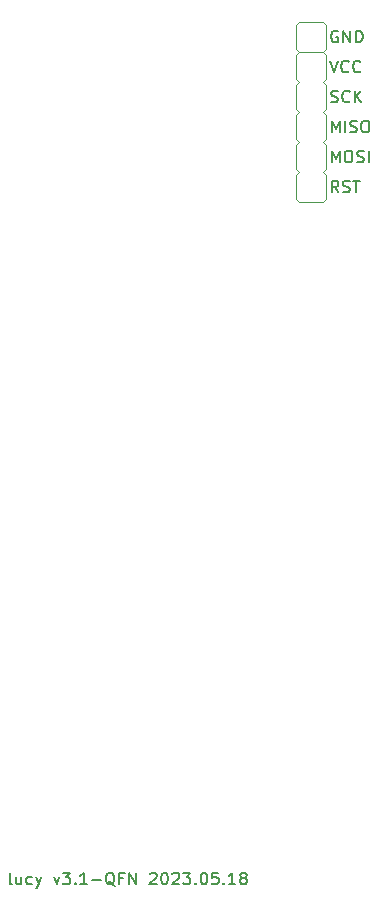
<source format=gbr>
%TF.GenerationSoftware,KiCad,Pcbnew,7.0.1-0*%
%TF.CreationDate,2023-05-19T13:37:57-05:00*%
%TF.ProjectId,pcb,7063622e-6b69-4636-9164-5f7063625858,rev?*%
%TF.SameCoordinates,Original*%
%TF.FileFunction,Legend,Top*%
%TF.FilePolarity,Positive*%
%FSLAX46Y46*%
G04 Gerber Fmt 4.6, Leading zero omitted, Abs format (unit mm)*
G04 Created by KiCad (PCBNEW 7.0.1-0) date 2023-05-19 13:37:57*
%MOMM*%
%LPD*%
G01*
G04 APERTURE LIST*
%ADD10C,0.150000*%
%ADD11C,0.120000*%
G04 APERTURE END LIST*
D10*
X233887204Y-94902619D02*
X233791966Y-94855000D01*
X233791966Y-94855000D02*
X233744347Y-94759761D01*
X233744347Y-94759761D02*
X233744347Y-93902619D01*
X234696728Y-94235952D02*
X234696728Y-94902619D01*
X234268157Y-94235952D02*
X234268157Y-94759761D01*
X234268157Y-94759761D02*
X234315776Y-94855000D01*
X234315776Y-94855000D02*
X234411014Y-94902619D01*
X234411014Y-94902619D02*
X234553871Y-94902619D01*
X234553871Y-94902619D02*
X234649109Y-94855000D01*
X234649109Y-94855000D02*
X234696728Y-94807380D01*
X235601490Y-94855000D02*
X235506252Y-94902619D01*
X235506252Y-94902619D02*
X235315776Y-94902619D01*
X235315776Y-94902619D02*
X235220538Y-94855000D01*
X235220538Y-94855000D02*
X235172919Y-94807380D01*
X235172919Y-94807380D02*
X235125300Y-94712142D01*
X235125300Y-94712142D02*
X235125300Y-94426428D01*
X235125300Y-94426428D02*
X235172919Y-94331190D01*
X235172919Y-94331190D02*
X235220538Y-94283571D01*
X235220538Y-94283571D02*
X235315776Y-94235952D01*
X235315776Y-94235952D02*
X235506252Y-94235952D01*
X235506252Y-94235952D02*
X235601490Y-94283571D01*
X235934824Y-94235952D02*
X236172919Y-94902619D01*
X236411014Y-94235952D02*
X236172919Y-94902619D01*
X236172919Y-94902619D02*
X236077681Y-95140714D01*
X236077681Y-95140714D02*
X236030062Y-95188333D01*
X236030062Y-95188333D02*
X235934824Y-95235952D01*
X237458634Y-94235952D02*
X237696729Y-94902619D01*
X237696729Y-94902619D02*
X237934824Y-94235952D01*
X238220539Y-93902619D02*
X238839586Y-93902619D01*
X238839586Y-93902619D02*
X238506253Y-94283571D01*
X238506253Y-94283571D02*
X238649110Y-94283571D01*
X238649110Y-94283571D02*
X238744348Y-94331190D01*
X238744348Y-94331190D02*
X238791967Y-94378809D01*
X238791967Y-94378809D02*
X238839586Y-94474047D01*
X238839586Y-94474047D02*
X238839586Y-94712142D01*
X238839586Y-94712142D02*
X238791967Y-94807380D01*
X238791967Y-94807380D02*
X238744348Y-94855000D01*
X238744348Y-94855000D02*
X238649110Y-94902619D01*
X238649110Y-94902619D02*
X238363396Y-94902619D01*
X238363396Y-94902619D02*
X238268158Y-94855000D01*
X238268158Y-94855000D02*
X238220539Y-94807380D01*
X239268158Y-94807380D02*
X239315777Y-94855000D01*
X239315777Y-94855000D02*
X239268158Y-94902619D01*
X239268158Y-94902619D02*
X239220539Y-94855000D01*
X239220539Y-94855000D02*
X239268158Y-94807380D01*
X239268158Y-94807380D02*
X239268158Y-94902619D01*
X240268157Y-94902619D02*
X239696729Y-94902619D01*
X239982443Y-94902619D02*
X239982443Y-93902619D01*
X239982443Y-93902619D02*
X239887205Y-94045476D01*
X239887205Y-94045476D02*
X239791967Y-94140714D01*
X239791967Y-94140714D02*
X239696729Y-94188333D01*
X240696729Y-94521666D02*
X241458634Y-94521666D01*
X242601490Y-94997857D02*
X242506252Y-94950238D01*
X242506252Y-94950238D02*
X242411014Y-94855000D01*
X242411014Y-94855000D02*
X242268157Y-94712142D01*
X242268157Y-94712142D02*
X242172919Y-94664523D01*
X242172919Y-94664523D02*
X242077681Y-94664523D01*
X242125300Y-94902619D02*
X242030062Y-94855000D01*
X242030062Y-94855000D02*
X241934824Y-94759761D01*
X241934824Y-94759761D02*
X241887205Y-94569285D01*
X241887205Y-94569285D02*
X241887205Y-94235952D01*
X241887205Y-94235952D02*
X241934824Y-94045476D01*
X241934824Y-94045476D02*
X242030062Y-93950238D01*
X242030062Y-93950238D02*
X242125300Y-93902619D01*
X242125300Y-93902619D02*
X242315776Y-93902619D01*
X242315776Y-93902619D02*
X242411014Y-93950238D01*
X242411014Y-93950238D02*
X242506252Y-94045476D01*
X242506252Y-94045476D02*
X242553871Y-94235952D01*
X242553871Y-94235952D02*
X242553871Y-94569285D01*
X242553871Y-94569285D02*
X242506252Y-94759761D01*
X242506252Y-94759761D02*
X242411014Y-94855000D01*
X242411014Y-94855000D02*
X242315776Y-94902619D01*
X242315776Y-94902619D02*
X242125300Y-94902619D01*
X243315776Y-94378809D02*
X242982443Y-94378809D01*
X242982443Y-94902619D02*
X242982443Y-93902619D01*
X242982443Y-93902619D02*
X243458633Y-93902619D01*
X243839586Y-94902619D02*
X243839586Y-93902619D01*
X243839586Y-93902619D02*
X244411014Y-94902619D01*
X244411014Y-94902619D02*
X244411014Y-93902619D01*
X245601491Y-93997857D02*
X245649110Y-93950238D01*
X245649110Y-93950238D02*
X245744348Y-93902619D01*
X245744348Y-93902619D02*
X245982443Y-93902619D01*
X245982443Y-93902619D02*
X246077681Y-93950238D01*
X246077681Y-93950238D02*
X246125300Y-93997857D01*
X246125300Y-93997857D02*
X246172919Y-94093095D01*
X246172919Y-94093095D02*
X246172919Y-94188333D01*
X246172919Y-94188333D02*
X246125300Y-94331190D01*
X246125300Y-94331190D02*
X245553872Y-94902619D01*
X245553872Y-94902619D02*
X246172919Y-94902619D01*
X246791967Y-93902619D02*
X246887205Y-93902619D01*
X246887205Y-93902619D02*
X246982443Y-93950238D01*
X246982443Y-93950238D02*
X247030062Y-93997857D01*
X247030062Y-93997857D02*
X247077681Y-94093095D01*
X247077681Y-94093095D02*
X247125300Y-94283571D01*
X247125300Y-94283571D02*
X247125300Y-94521666D01*
X247125300Y-94521666D02*
X247077681Y-94712142D01*
X247077681Y-94712142D02*
X247030062Y-94807380D01*
X247030062Y-94807380D02*
X246982443Y-94855000D01*
X246982443Y-94855000D02*
X246887205Y-94902619D01*
X246887205Y-94902619D02*
X246791967Y-94902619D01*
X246791967Y-94902619D02*
X246696729Y-94855000D01*
X246696729Y-94855000D02*
X246649110Y-94807380D01*
X246649110Y-94807380D02*
X246601491Y-94712142D01*
X246601491Y-94712142D02*
X246553872Y-94521666D01*
X246553872Y-94521666D02*
X246553872Y-94283571D01*
X246553872Y-94283571D02*
X246601491Y-94093095D01*
X246601491Y-94093095D02*
X246649110Y-93997857D01*
X246649110Y-93997857D02*
X246696729Y-93950238D01*
X246696729Y-93950238D02*
X246791967Y-93902619D01*
X247506253Y-93997857D02*
X247553872Y-93950238D01*
X247553872Y-93950238D02*
X247649110Y-93902619D01*
X247649110Y-93902619D02*
X247887205Y-93902619D01*
X247887205Y-93902619D02*
X247982443Y-93950238D01*
X247982443Y-93950238D02*
X248030062Y-93997857D01*
X248030062Y-93997857D02*
X248077681Y-94093095D01*
X248077681Y-94093095D02*
X248077681Y-94188333D01*
X248077681Y-94188333D02*
X248030062Y-94331190D01*
X248030062Y-94331190D02*
X247458634Y-94902619D01*
X247458634Y-94902619D02*
X248077681Y-94902619D01*
X248411015Y-93902619D02*
X249030062Y-93902619D01*
X249030062Y-93902619D02*
X248696729Y-94283571D01*
X248696729Y-94283571D02*
X248839586Y-94283571D01*
X248839586Y-94283571D02*
X248934824Y-94331190D01*
X248934824Y-94331190D02*
X248982443Y-94378809D01*
X248982443Y-94378809D02*
X249030062Y-94474047D01*
X249030062Y-94474047D02*
X249030062Y-94712142D01*
X249030062Y-94712142D02*
X248982443Y-94807380D01*
X248982443Y-94807380D02*
X248934824Y-94855000D01*
X248934824Y-94855000D02*
X248839586Y-94902619D01*
X248839586Y-94902619D02*
X248553872Y-94902619D01*
X248553872Y-94902619D02*
X248458634Y-94855000D01*
X248458634Y-94855000D02*
X248411015Y-94807380D01*
X249458634Y-94807380D02*
X249506253Y-94855000D01*
X249506253Y-94855000D02*
X249458634Y-94902619D01*
X249458634Y-94902619D02*
X249411015Y-94855000D01*
X249411015Y-94855000D02*
X249458634Y-94807380D01*
X249458634Y-94807380D02*
X249458634Y-94902619D01*
X250125300Y-93902619D02*
X250220538Y-93902619D01*
X250220538Y-93902619D02*
X250315776Y-93950238D01*
X250315776Y-93950238D02*
X250363395Y-93997857D01*
X250363395Y-93997857D02*
X250411014Y-94093095D01*
X250411014Y-94093095D02*
X250458633Y-94283571D01*
X250458633Y-94283571D02*
X250458633Y-94521666D01*
X250458633Y-94521666D02*
X250411014Y-94712142D01*
X250411014Y-94712142D02*
X250363395Y-94807380D01*
X250363395Y-94807380D02*
X250315776Y-94855000D01*
X250315776Y-94855000D02*
X250220538Y-94902619D01*
X250220538Y-94902619D02*
X250125300Y-94902619D01*
X250125300Y-94902619D02*
X250030062Y-94855000D01*
X250030062Y-94855000D02*
X249982443Y-94807380D01*
X249982443Y-94807380D02*
X249934824Y-94712142D01*
X249934824Y-94712142D02*
X249887205Y-94521666D01*
X249887205Y-94521666D02*
X249887205Y-94283571D01*
X249887205Y-94283571D02*
X249934824Y-94093095D01*
X249934824Y-94093095D02*
X249982443Y-93997857D01*
X249982443Y-93997857D02*
X250030062Y-93950238D01*
X250030062Y-93950238D02*
X250125300Y-93902619D01*
X251363395Y-93902619D02*
X250887205Y-93902619D01*
X250887205Y-93902619D02*
X250839586Y-94378809D01*
X250839586Y-94378809D02*
X250887205Y-94331190D01*
X250887205Y-94331190D02*
X250982443Y-94283571D01*
X250982443Y-94283571D02*
X251220538Y-94283571D01*
X251220538Y-94283571D02*
X251315776Y-94331190D01*
X251315776Y-94331190D02*
X251363395Y-94378809D01*
X251363395Y-94378809D02*
X251411014Y-94474047D01*
X251411014Y-94474047D02*
X251411014Y-94712142D01*
X251411014Y-94712142D02*
X251363395Y-94807380D01*
X251363395Y-94807380D02*
X251315776Y-94855000D01*
X251315776Y-94855000D02*
X251220538Y-94902619D01*
X251220538Y-94902619D02*
X250982443Y-94902619D01*
X250982443Y-94902619D02*
X250887205Y-94855000D01*
X250887205Y-94855000D02*
X250839586Y-94807380D01*
X251839586Y-94807380D02*
X251887205Y-94855000D01*
X251887205Y-94855000D02*
X251839586Y-94902619D01*
X251839586Y-94902619D02*
X251791967Y-94855000D01*
X251791967Y-94855000D02*
X251839586Y-94807380D01*
X251839586Y-94807380D02*
X251839586Y-94902619D01*
X252839585Y-94902619D02*
X252268157Y-94902619D01*
X252553871Y-94902619D02*
X252553871Y-93902619D01*
X252553871Y-93902619D02*
X252458633Y-94045476D01*
X252458633Y-94045476D02*
X252363395Y-94140714D01*
X252363395Y-94140714D02*
X252268157Y-94188333D01*
X253411014Y-94331190D02*
X253315776Y-94283571D01*
X253315776Y-94283571D02*
X253268157Y-94235952D01*
X253268157Y-94235952D02*
X253220538Y-94140714D01*
X253220538Y-94140714D02*
X253220538Y-94093095D01*
X253220538Y-94093095D02*
X253268157Y-93997857D01*
X253268157Y-93997857D02*
X253315776Y-93950238D01*
X253315776Y-93950238D02*
X253411014Y-93902619D01*
X253411014Y-93902619D02*
X253601490Y-93902619D01*
X253601490Y-93902619D02*
X253696728Y-93950238D01*
X253696728Y-93950238D02*
X253744347Y-93997857D01*
X253744347Y-93997857D02*
X253791966Y-94093095D01*
X253791966Y-94093095D02*
X253791966Y-94140714D01*
X253791966Y-94140714D02*
X253744347Y-94235952D01*
X253744347Y-94235952D02*
X253696728Y-94283571D01*
X253696728Y-94283571D02*
X253601490Y-94331190D01*
X253601490Y-94331190D02*
X253411014Y-94331190D01*
X253411014Y-94331190D02*
X253315776Y-94378809D01*
X253315776Y-94378809D02*
X253268157Y-94426428D01*
X253268157Y-94426428D02*
X253220538Y-94521666D01*
X253220538Y-94521666D02*
X253220538Y-94712142D01*
X253220538Y-94712142D02*
X253268157Y-94807380D01*
X253268157Y-94807380D02*
X253315776Y-94855000D01*
X253315776Y-94855000D02*
X253411014Y-94902619D01*
X253411014Y-94902619D02*
X253601490Y-94902619D01*
X253601490Y-94902619D02*
X253696728Y-94855000D01*
X253696728Y-94855000D02*
X253744347Y-94807380D01*
X253744347Y-94807380D02*
X253791966Y-94712142D01*
X253791966Y-94712142D02*
X253791966Y-94521666D01*
X253791966Y-94521666D02*
X253744347Y-94426428D01*
X253744347Y-94426428D02*
X253696728Y-94378809D01*
X253696728Y-94378809D02*
X253601490Y-94331190D01*
%TO.C,J2*%
X260939476Y-28645000D02*
X261082333Y-28692619D01*
X261082333Y-28692619D02*
X261320428Y-28692619D01*
X261320428Y-28692619D02*
X261415666Y-28645000D01*
X261415666Y-28645000D02*
X261463285Y-28597380D01*
X261463285Y-28597380D02*
X261510904Y-28502142D01*
X261510904Y-28502142D02*
X261510904Y-28406904D01*
X261510904Y-28406904D02*
X261463285Y-28311666D01*
X261463285Y-28311666D02*
X261415666Y-28264047D01*
X261415666Y-28264047D02*
X261320428Y-28216428D01*
X261320428Y-28216428D02*
X261129952Y-28168809D01*
X261129952Y-28168809D02*
X261034714Y-28121190D01*
X261034714Y-28121190D02*
X260987095Y-28073571D01*
X260987095Y-28073571D02*
X260939476Y-27978333D01*
X260939476Y-27978333D02*
X260939476Y-27883095D01*
X260939476Y-27883095D02*
X260987095Y-27787857D01*
X260987095Y-27787857D02*
X261034714Y-27740238D01*
X261034714Y-27740238D02*
X261129952Y-27692619D01*
X261129952Y-27692619D02*
X261368047Y-27692619D01*
X261368047Y-27692619D02*
X261510904Y-27740238D01*
X262510904Y-28597380D02*
X262463285Y-28645000D01*
X262463285Y-28645000D02*
X262320428Y-28692619D01*
X262320428Y-28692619D02*
X262225190Y-28692619D01*
X262225190Y-28692619D02*
X262082333Y-28645000D01*
X262082333Y-28645000D02*
X261987095Y-28549761D01*
X261987095Y-28549761D02*
X261939476Y-28454523D01*
X261939476Y-28454523D02*
X261891857Y-28264047D01*
X261891857Y-28264047D02*
X261891857Y-28121190D01*
X261891857Y-28121190D02*
X261939476Y-27930714D01*
X261939476Y-27930714D02*
X261987095Y-27835476D01*
X261987095Y-27835476D02*
X262082333Y-27740238D01*
X262082333Y-27740238D02*
X262225190Y-27692619D01*
X262225190Y-27692619D02*
X262320428Y-27692619D01*
X262320428Y-27692619D02*
X262463285Y-27740238D01*
X262463285Y-27740238D02*
X262510904Y-27787857D01*
X262939476Y-28692619D02*
X262939476Y-27692619D01*
X263510904Y-28692619D02*
X263082333Y-28121190D01*
X263510904Y-27692619D02*
X262939476Y-28264047D01*
X260987095Y-33772619D02*
X260987095Y-32772619D01*
X260987095Y-32772619D02*
X261320428Y-33486904D01*
X261320428Y-33486904D02*
X261653761Y-32772619D01*
X261653761Y-32772619D02*
X261653761Y-33772619D01*
X262320428Y-32772619D02*
X262510904Y-32772619D01*
X262510904Y-32772619D02*
X262606142Y-32820238D01*
X262606142Y-32820238D02*
X262701380Y-32915476D01*
X262701380Y-32915476D02*
X262748999Y-33105952D01*
X262748999Y-33105952D02*
X262748999Y-33439285D01*
X262748999Y-33439285D02*
X262701380Y-33629761D01*
X262701380Y-33629761D02*
X262606142Y-33725000D01*
X262606142Y-33725000D02*
X262510904Y-33772619D01*
X262510904Y-33772619D02*
X262320428Y-33772619D01*
X262320428Y-33772619D02*
X262225190Y-33725000D01*
X262225190Y-33725000D02*
X262129952Y-33629761D01*
X262129952Y-33629761D02*
X262082333Y-33439285D01*
X262082333Y-33439285D02*
X262082333Y-33105952D01*
X262082333Y-33105952D02*
X262129952Y-32915476D01*
X262129952Y-32915476D02*
X262225190Y-32820238D01*
X262225190Y-32820238D02*
X262320428Y-32772619D01*
X263129952Y-33725000D02*
X263272809Y-33772619D01*
X263272809Y-33772619D02*
X263510904Y-33772619D01*
X263510904Y-33772619D02*
X263606142Y-33725000D01*
X263606142Y-33725000D02*
X263653761Y-33677380D01*
X263653761Y-33677380D02*
X263701380Y-33582142D01*
X263701380Y-33582142D02*
X263701380Y-33486904D01*
X263701380Y-33486904D02*
X263653761Y-33391666D01*
X263653761Y-33391666D02*
X263606142Y-33344047D01*
X263606142Y-33344047D02*
X263510904Y-33296428D01*
X263510904Y-33296428D02*
X263320428Y-33248809D01*
X263320428Y-33248809D02*
X263225190Y-33201190D01*
X263225190Y-33201190D02*
X263177571Y-33153571D01*
X263177571Y-33153571D02*
X263129952Y-33058333D01*
X263129952Y-33058333D02*
X263129952Y-32963095D01*
X263129952Y-32963095D02*
X263177571Y-32867857D01*
X263177571Y-32867857D02*
X263225190Y-32820238D01*
X263225190Y-32820238D02*
X263320428Y-32772619D01*
X263320428Y-32772619D02*
X263558523Y-32772619D01*
X263558523Y-32772619D02*
X263701380Y-32820238D01*
X264129952Y-33772619D02*
X264129952Y-32772619D01*
X261558523Y-36312619D02*
X261225190Y-35836428D01*
X260987095Y-36312619D02*
X260987095Y-35312619D01*
X260987095Y-35312619D02*
X261368047Y-35312619D01*
X261368047Y-35312619D02*
X261463285Y-35360238D01*
X261463285Y-35360238D02*
X261510904Y-35407857D01*
X261510904Y-35407857D02*
X261558523Y-35503095D01*
X261558523Y-35503095D02*
X261558523Y-35645952D01*
X261558523Y-35645952D02*
X261510904Y-35741190D01*
X261510904Y-35741190D02*
X261463285Y-35788809D01*
X261463285Y-35788809D02*
X261368047Y-35836428D01*
X261368047Y-35836428D02*
X260987095Y-35836428D01*
X261939476Y-36265000D02*
X262082333Y-36312619D01*
X262082333Y-36312619D02*
X262320428Y-36312619D01*
X262320428Y-36312619D02*
X262415666Y-36265000D01*
X262415666Y-36265000D02*
X262463285Y-36217380D01*
X262463285Y-36217380D02*
X262510904Y-36122142D01*
X262510904Y-36122142D02*
X262510904Y-36026904D01*
X262510904Y-36026904D02*
X262463285Y-35931666D01*
X262463285Y-35931666D02*
X262415666Y-35884047D01*
X262415666Y-35884047D02*
X262320428Y-35836428D01*
X262320428Y-35836428D02*
X262129952Y-35788809D01*
X262129952Y-35788809D02*
X262034714Y-35741190D01*
X262034714Y-35741190D02*
X261987095Y-35693571D01*
X261987095Y-35693571D02*
X261939476Y-35598333D01*
X261939476Y-35598333D02*
X261939476Y-35503095D01*
X261939476Y-35503095D02*
X261987095Y-35407857D01*
X261987095Y-35407857D02*
X262034714Y-35360238D01*
X262034714Y-35360238D02*
X262129952Y-35312619D01*
X262129952Y-35312619D02*
X262368047Y-35312619D01*
X262368047Y-35312619D02*
X262510904Y-35360238D01*
X262796619Y-35312619D02*
X263368047Y-35312619D01*
X263082333Y-36312619D02*
X263082333Y-35312619D01*
X260987095Y-31232619D02*
X260987095Y-30232619D01*
X260987095Y-30232619D02*
X261320428Y-30946904D01*
X261320428Y-30946904D02*
X261653761Y-30232619D01*
X261653761Y-30232619D02*
X261653761Y-31232619D01*
X262129952Y-31232619D02*
X262129952Y-30232619D01*
X262558523Y-31185000D02*
X262701380Y-31232619D01*
X262701380Y-31232619D02*
X262939475Y-31232619D01*
X262939475Y-31232619D02*
X263034713Y-31185000D01*
X263034713Y-31185000D02*
X263082332Y-31137380D01*
X263082332Y-31137380D02*
X263129951Y-31042142D01*
X263129951Y-31042142D02*
X263129951Y-30946904D01*
X263129951Y-30946904D02*
X263082332Y-30851666D01*
X263082332Y-30851666D02*
X263034713Y-30804047D01*
X263034713Y-30804047D02*
X262939475Y-30756428D01*
X262939475Y-30756428D02*
X262748999Y-30708809D01*
X262748999Y-30708809D02*
X262653761Y-30661190D01*
X262653761Y-30661190D02*
X262606142Y-30613571D01*
X262606142Y-30613571D02*
X262558523Y-30518333D01*
X262558523Y-30518333D02*
X262558523Y-30423095D01*
X262558523Y-30423095D02*
X262606142Y-30327857D01*
X262606142Y-30327857D02*
X262653761Y-30280238D01*
X262653761Y-30280238D02*
X262748999Y-30232619D01*
X262748999Y-30232619D02*
X262987094Y-30232619D01*
X262987094Y-30232619D02*
X263129951Y-30280238D01*
X263748999Y-30232619D02*
X263939475Y-30232619D01*
X263939475Y-30232619D02*
X264034713Y-30280238D01*
X264034713Y-30280238D02*
X264129951Y-30375476D01*
X264129951Y-30375476D02*
X264177570Y-30565952D01*
X264177570Y-30565952D02*
X264177570Y-30899285D01*
X264177570Y-30899285D02*
X264129951Y-31089761D01*
X264129951Y-31089761D02*
X264034713Y-31185000D01*
X264034713Y-31185000D02*
X263939475Y-31232619D01*
X263939475Y-31232619D02*
X263748999Y-31232619D01*
X263748999Y-31232619D02*
X263653761Y-31185000D01*
X263653761Y-31185000D02*
X263558523Y-31089761D01*
X263558523Y-31089761D02*
X263510904Y-30899285D01*
X263510904Y-30899285D02*
X263510904Y-30565952D01*
X263510904Y-30565952D02*
X263558523Y-30375476D01*
X263558523Y-30375476D02*
X263653761Y-30280238D01*
X263653761Y-30280238D02*
X263748999Y-30232619D01*
X260844238Y-25152619D02*
X261177571Y-26152619D01*
X261177571Y-26152619D02*
X261510904Y-25152619D01*
X262415666Y-26057380D02*
X262368047Y-26105000D01*
X262368047Y-26105000D02*
X262225190Y-26152619D01*
X262225190Y-26152619D02*
X262129952Y-26152619D01*
X262129952Y-26152619D02*
X261987095Y-26105000D01*
X261987095Y-26105000D02*
X261891857Y-26009761D01*
X261891857Y-26009761D02*
X261844238Y-25914523D01*
X261844238Y-25914523D02*
X261796619Y-25724047D01*
X261796619Y-25724047D02*
X261796619Y-25581190D01*
X261796619Y-25581190D02*
X261844238Y-25390714D01*
X261844238Y-25390714D02*
X261891857Y-25295476D01*
X261891857Y-25295476D02*
X261987095Y-25200238D01*
X261987095Y-25200238D02*
X262129952Y-25152619D01*
X262129952Y-25152619D02*
X262225190Y-25152619D01*
X262225190Y-25152619D02*
X262368047Y-25200238D01*
X262368047Y-25200238D02*
X262415666Y-25247857D01*
X263415666Y-26057380D02*
X263368047Y-26105000D01*
X263368047Y-26105000D02*
X263225190Y-26152619D01*
X263225190Y-26152619D02*
X263129952Y-26152619D01*
X263129952Y-26152619D02*
X262987095Y-26105000D01*
X262987095Y-26105000D02*
X262891857Y-26009761D01*
X262891857Y-26009761D02*
X262844238Y-25914523D01*
X262844238Y-25914523D02*
X262796619Y-25724047D01*
X262796619Y-25724047D02*
X262796619Y-25581190D01*
X262796619Y-25581190D02*
X262844238Y-25390714D01*
X262844238Y-25390714D02*
X262891857Y-25295476D01*
X262891857Y-25295476D02*
X262987095Y-25200238D01*
X262987095Y-25200238D02*
X263129952Y-25152619D01*
X263129952Y-25152619D02*
X263225190Y-25152619D01*
X263225190Y-25152619D02*
X263368047Y-25200238D01*
X263368047Y-25200238D02*
X263415666Y-25247857D01*
X261510904Y-22660238D02*
X261415666Y-22612619D01*
X261415666Y-22612619D02*
X261272809Y-22612619D01*
X261272809Y-22612619D02*
X261129952Y-22660238D01*
X261129952Y-22660238D02*
X261034714Y-22755476D01*
X261034714Y-22755476D02*
X260987095Y-22850714D01*
X260987095Y-22850714D02*
X260939476Y-23041190D01*
X260939476Y-23041190D02*
X260939476Y-23184047D01*
X260939476Y-23184047D02*
X260987095Y-23374523D01*
X260987095Y-23374523D02*
X261034714Y-23469761D01*
X261034714Y-23469761D02*
X261129952Y-23565000D01*
X261129952Y-23565000D02*
X261272809Y-23612619D01*
X261272809Y-23612619D02*
X261368047Y-23612619D01*
X261368047Y-23612619D02*
X261510904Y-23565000D01*
X261510904Y-23565000D02*
X261558523Y-23517380D01*
X261558523Y-23517380D02*
X261558523Y-23184047D01*
X261558523Y-23184047D02*
X261368047Y-23184047D01*
X261987095Y-23612619D02*
X261987095Y-22612619D01*
X261987095Y-22612619D02*
X262558523Y-23612619D01*
X262558523Y-23612619D02*
X262558523Y-22612619D01*
X263034714Y-23612619D02*
X263034714Y-22612619D01*
X263034714Y-22612619D02*
X263272809Y-22612619D01*
X263272809Y-22612619D02*
X263415666Y-22660238D01*
X263415666Y-22660238D02*
X263510904Y-22755476D01*
X263510904Y-22755476D02*
X263558523Y-22850714D01*
X263558523Y-22850714D02*
X263606142Y-23041190D01*
X263606142Y-23041190D02*
X263606142Y-23184047D01*
X263606142Y-23184047D02*
X263558523Y-23374523D01*
X263558523Y-23374523D02*
X263510904Y-23469761D01*
X263510904Y-23469761D02*
X263415666Y-23565000D01*
X263415666Y-23565000D02*
X263272809Y-23612619D01*
X263272809Y-23612619D02*
X263034714Y-23612619D01*
D11*
X260495000Y-36866000D02*
X260241000Y-37120000D01*
X260495000Y-34834000D02*
X260495000Y-36866000D01*
X260495000Y-34834000D02*
X260241000Y-34580000D01*
X260495000Y-34326000D02*
X260241000Y-34580000D01*
X260495000Y-32294000D02*
X260495000Y-34326000D01*
X260495000Y-32294000D02*
X260241000Y-32040000D01*
X260495000Y-31786000D02*
X260241000Y-32040000D01*
X260495000Y-29754000D02*
X260495000Y-31786000D01*
X260495000Y-29754000D02*
X260241000Y-29500000D01*
X260495000Y-29246000D02*
X260241000Y-29500000D01*
X260495000Y-27214000D02*
X260495000Y-29246000D01*
X260495000Y-27214000D02*
X260241000Y-26960000D01*
X260495000Y-26706000D02*
X260241000Y-26960000D01*
X260495000Y-24674000D02*
X260495000Y-26706000D01*
X260495000Y-24674000D02*
X260241000Y-24420000D01*
X260495000Y-24166000D02*
X260495000Y-22134000D01*
X260495000Y-24166000D02*
X260241000Y-24420000D01*
X260495000Y-22134000D02*
X260241000Y-21880000D01*
X260241000Y-21880000D02*
X258209000Y-21880000D01*
X258209000Y-37120000D02*
X260241000Y-37120000D01*
X258209000Y-24420000D02*
X260241000Y-24420000D01*
X257955000Y-36866000D02*
X258209000Y-37120000D01*
X257955000Y-34834000D02*
X258209000Y-34580000D01*
X257955000Y-34834000D02*
X257955000Y-36866000D01*
X257955000Y-34326000D02*
X258209000Y-34580000D01*
X257955000Y-32294000D02*
X258209000Y-32040000D01*
X257955000Y-32294000D02*
X257955000Y-34326000D01*
X257955000Y-31786000D02*
X258209000Y-32040000D01*
X257955000Y-29754000D02*
X258209000Y-29500000D01*
X257955000Y-29754000D02*
X257955000Y-31786000D01*
X257955000Y-29246000D02*
X258209000Y-29500000D01*
X257955000Y-27214000D02*
X258209000Y-26960000D01*
X257955000Y-27214000D02*
X257955000Y-29246000D01*
X257955000Y-26706000D02*
X258209000Y-26960000D01*
X257955000Y-24674000D02*
X258209000Y-24420000D01*
X257955000Y-24674000D02*
X257955000Y-26706000D01*
X257955000Y-24166000D02*
X258209000Y-24420000D01*
X257955000Y-24166000D02*
X257955000Y-22134000D01*
X257955000Y-22134000D02*
X258209000Y-21880000D01*
%TD*%
M02*

</source>
